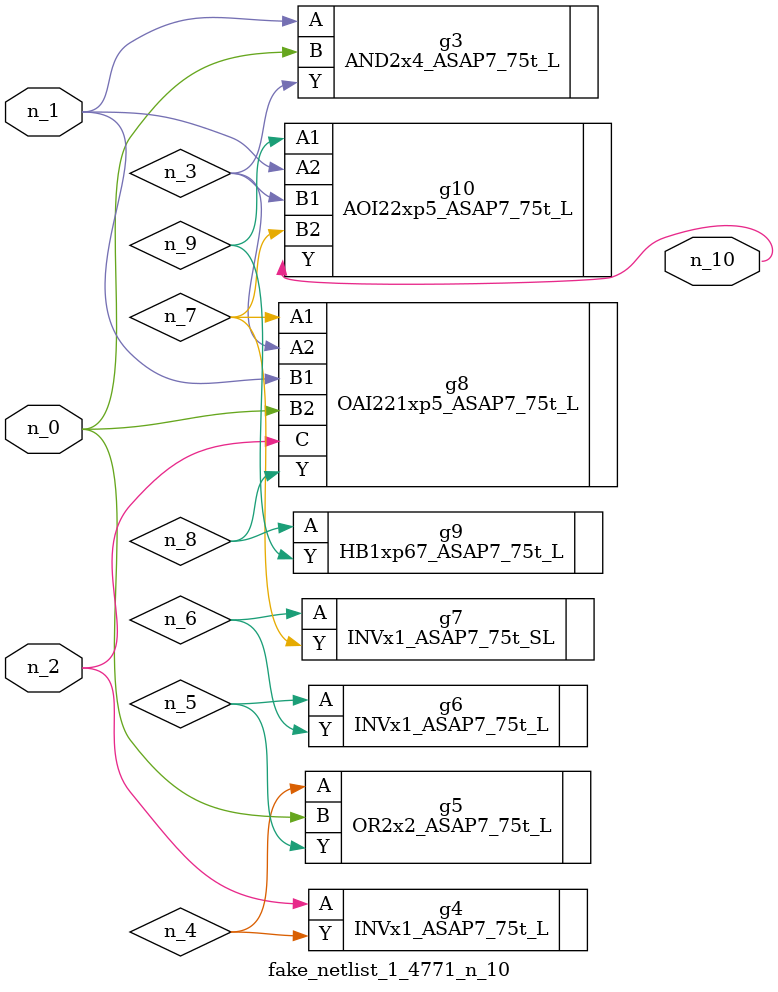
<source format=v>
module fake_netlist_1_4771_n_10 (n_1, n_2, n_0, n_10);
input n_1;
input n_2;
input n_0;
output n_10;
wire n_6;
wire n_4;
wire n_3;
wire n_9;
wire n_5;
wire n_7;
wire n_8;
AND2x4_ASAP7_75t_L g3 ( .A(n_1), .B(n_0), .Y(n_3) );
INVx1_ASAP7_75t_L g4 ( .A(n_2), .Y(n_4) );
OR2x2_ASAP7_75t_L g5 ( .A(n_4), .B(n_0), .Y(n_5) );
INVx1_ASAP7_75t_L g6 ( .A(n_5), .Y(n_6) );
INVx1_ASAP7_75t_SL g7 ( .A(n_6), .Y(n_7) );
OAI221xp5_ASAP7_75t_L g8 ( .A1(n_7), .A2(n_3), .B1(n_1), .B2(n_0), .C(n_2), .Y(n_8) );
HB1xp67_ASAP7_75t_L g9 ( .A(n_8), .Y(n_9) );
AOI22xp5_ASAP7_75t_L g10 ( .A1(n_9), .A2(n_1), .B1(n_3), .B2(n_7), .Y(n_10) );
endmodule
</source>
